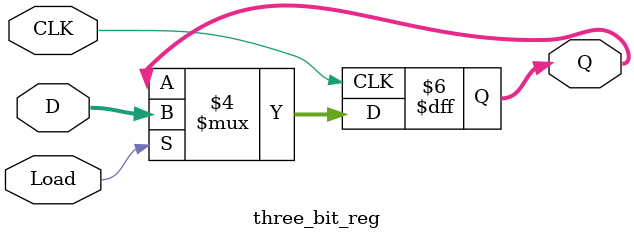
<source format=v>
   

// module three_bit_reg(
//    input CLK,
//    input [2:0] D,
//    input Load,
//    output reg [2:0] Q
// );

// always @(posedge CLK) begin
//    if (Load == 1'b1) begin
//       Q <= D;  
//    end
// end
// endmodule

module three_bit_reg(CLK, D, Load, Q);
   input CLK;
   input [2:0] D;
   input Load;
   output reg [2:0] Q = 0;
   
   //Logic
   always @(posedge CLK) begin
      if (Load) begin
         Q <= D;
      end else begin
         Q <= Q; 
      end
   end
endmodule





</source>
